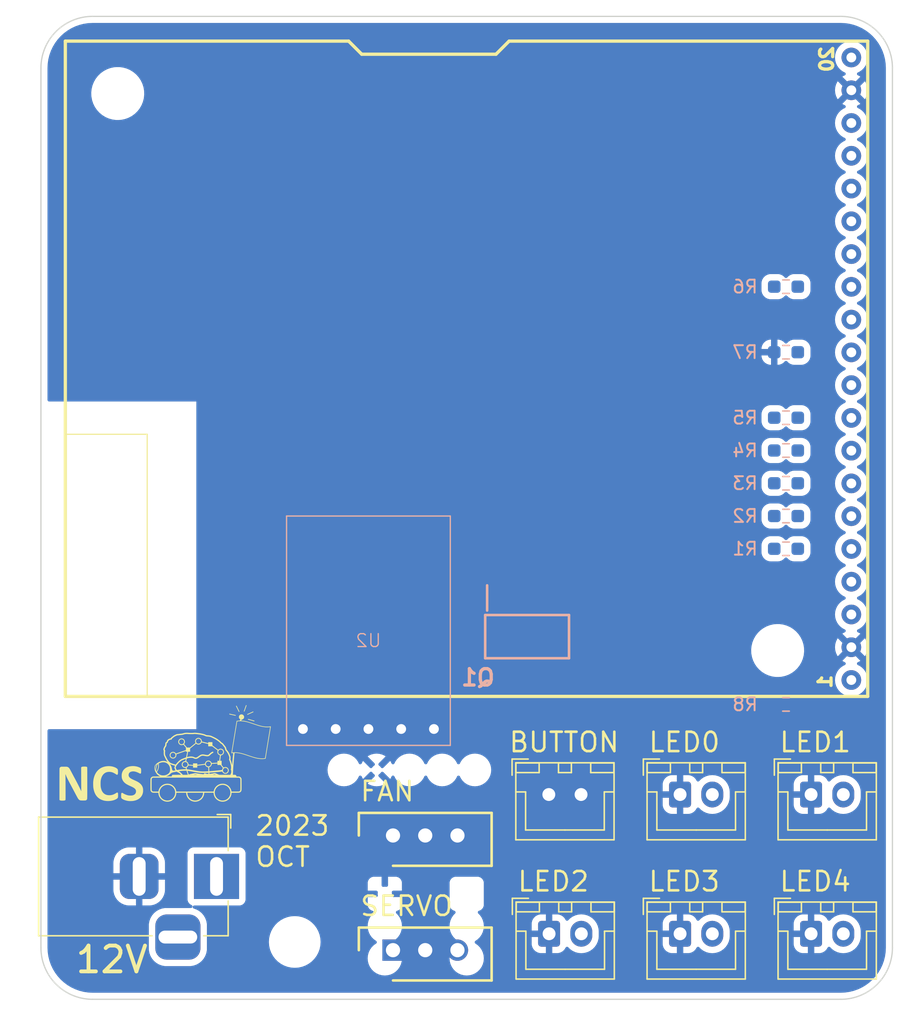
<source format=kicad_pcb>
(kicad_pcb (version 20221018) (generator pcbnew)
  (layers (0 "F.Cu" signal) (31 "B.Cu" signal) (34 "B.Paste" user) (35 "F.Paste" user) (36 "B.SilkS" user "B.Silkscreen") (37 "F.SilkS" user "F.Silkscreen") (38 "B.Mask" user) (39 "F.Mask" user) (44 "Edge.Cuts" user))
  (net 0 "")
  (net 1 "Earth")
  (net 2 "Net-(J1-Pin_2)")
  (net 3 "Net-(J2-Pin_2)")
  (net 4 "Net-(J3-Pin_2)")
  (net 5 "Net-(J4-Pin_2)")
  (net 6 "Net-(J5-Pin_2)")
  (net 7 "+12V")
  (net 8 "/SERVO_TRX")
  (net 9 "/FAN_GND")
  (net 10 "/FAN_EN")
  (net 11 "/LED0")
  (net 12 "/LED1")
  (net 13 "/LED2")
  (net 14 "/LED3")
  (net 15 "/LED4")
  (net 16 "Net-(U1-IO32)")
  (net 17 "+3V3")
  (net 23 "/BUTTON")
  (net 26 "+5V")
  (footprint "MountingHole:MountingHole_3.5mm" (layer "F.Cu") (at 76.2 101.6)
    (fp_text reference "H1" hide)
    (fp_text value "MountingHole_Pad")
    (pad "" np_thru_hole circle (at 0 0) (size 3.5 3.5) (drill 3.5) (layers "*.Cu" "*.Mask"))
  )
  (footprint "Connector_JST:JST_XH_B2B-XH-A_1x02_P2.50mm_Vertical" (layer "F.Cu") (at 116.245 90.17)
    (fp_text reference "J3" hide)
    (fp_text value "jst xh 2")
    (pad "1" thru_hole roundrect (at 0 0) (size 1.7 2) (drill 1) (layers "*.Cu" "*.Mask") (roundrect_rratio 0.147059) (net 1 "Earth"))
    (pad "2" thru_hole oval (at 2.5 0) (size 1.7 2) (drill 1) (layers "*.Cu" "*.Mask") (net 4 "Net-(J3-Pin_2)"))
  )
  (footprint "Connector_JST:JST_XH_B2B-XH-A_1x02_P2.50mm_Vertical" (layer "F.Cu") (at 106.085 90.17)
    (fp_text reference "J2" hide)
    (fp_text value "jst xh 2")
    (pad "1" thru_hole roundrect (at 0 0) (size 1.7 2) (drill 1) (layers "*.Cu" "*.Mask") (roundrect_rratio 0.147059) (net 1 "Earth"))
    (pad "2" thru_hole oval (at 2.5 0) (size 1.7 2) (drill 1) (layers "*.Cu" "*.Mask") (net 3 "Net-(J2-Pin_2)"))
  )
  (footprint "esp32-gateway:esp32-gateway" (layer "F.Cu") (at 58.4075 31.7625)
    (fp_text reference "U1" hide)
    (fp_text value "~")
    (fp_text user "20" (at 59.055 1.397 90 unlocked) (layer "F.SilkS") (effects (font (size 1.016 1.016) (thickness 0.254)) (justify mirror)))
    (fp_text user "1" (at 58.928 49.657 90 unlocked) (layer "F.SilkS") (effects (font (size 1.016 1.016) (thickness 0.254)) (justify mirror)))
    (pad "" np_thru_hole circle (at 4.064 4.064) (size 3.6 3.6) (drill 3.6) (layers "F&B.Cu" "*.Mask"))
    (pad "" np_thru_hole circle (at 55.245 47.244 90) (size 3.6 3.6) (drill 3.6) (layers "F&B.Cu" "*.Mask"))
    (pad "1" thru_hole circle (at 60.96 49.53) (size 1.524 1.524) (drill 0.762) (layers "*.Cu" "*.Mask") (net 17 "+3V3"))
    (pad "2" thru_hole circle (at 60.96 46.99) (size 1.524 1.524) (drill 0.762) (layers "*.Cu" "*.Mask") (net 1 "Earth"))
    (pad "3" thru_hole circle (at 60.96 44.45) (size 1.524 1.524) (drill 0.762) (layers "*.Cu" "*.Mask"))
    (pad "4" thru_hole circle (at 60.96 41.91) (size 1.524 1.524) (drill 0.762) (layers "*.Cu" "*.Mask"))
    (pad "5" thru_hole circle (at 60.96 39.37) (size 1.524 1.524) (drill 0.762) (layers "*.Cu" "*.Mask") (net 11 "/LED0"))
    (pad "6" thru_hole circle (at 60.96 36.83) (size 1.524 1.524) (drill 0.762) (layers "*.Cu" "*.Mask") (net 12 "/LED1"))
    (pad "7" thru_hole circle (at 60.96 34.29) (size 1.524 1.524) (drill 0.762) (layers "*.Cu" "*.Mask") (net 13 "/LED2"))
    (pad "8" thru_hole circle (at 60.96 31.75) (size 1.524 1.524) (drill 0.762) (layers "*.Cu" "*.Mask") (net 14 "/LED3"))
    (pad "9" thru_hole circle (at 60.96 29.21) (size 1.524 1.524) (drill 0.762) (layers "*.Cu" "*.Mask") (net 15 "/LED4"))
    (pad "10" thru_hole circle (at 60.96 26.67) (size 1.524 1.524) (drill 0.762) (layers "*.Cu" "*.Mask"))
    (pad "11" thru_hole circle (at 60.96 24.13) (size 1.524 1.524) (drill 0.762) (layers "*.Cu" "*.Mask") (net 10 "/FAN_EN"))
    (pad "12" thru_hole circle (at 60.96 21.59) (size 1.524 1.524) (drill 0.762) (layers "*.Cu" "*.Mask"))
    (pad "13" thru_hole circle (at 60.96 19.05) (size 1.524 1.524) (drill 0.762) (layers "*.Cu" "*.Mask") (net 16 "Net-(U1-IO32)"))
    (pad "14" thru_hole circle (at 60.96 16.51) (size 1.524 1.524) (drill 0.762) (layers "*.Cu" "*.Mask") (net 8 "/SERVO_TRX"))
    (pad "15" thru_hole circle (at 60.96 13.97) (size 1.524 1.524) (drill 0.762) (layers "*.Cu" "*.Mask"))
    (pad "16" thru_hole circle (at 60.96 11.43) (size 1.524 1.524) (drill 0.762) (layers "*.Cu" "*.Mask") (net 23 "/BUTTON"))
    (pad "17" thru_hole circle (at 60.96 8.89) (size 1.524 1.524) (drill 0.762) (layers "*.Cu" "*.Mask"))
    (pad "18" thru_hole circle (at 60.96 6.35) (size 1.524 1.524) (drill 0.762) (layers "*.Cu" "*.Mask"))
    (pad "19" thru_hole circle (at 60.96 3.81) (size 1.524 1.524) (drill 0.762) (layers "*.Cu" "*.Mask") (net 1 "Earth"))
    (pad "20" thru_hole circle (at 60.96 1.27) (size 1.524 1.524) (drill 0.762) (layers "*.Cu" "*.Mask") (net 26 "+5V"))
    (zone (net 0) (net_name "") (layers "*.Cu") (connect_pads (clearance 0)) (min_thickness 0.25)
      (keepout (tracks not_allowed) (vias not_allowed) (pads not_allowed) (copperpour not_allowed) (footprints allowed))
      (fill (thermal_gap 0.5) (thermal_bridge_width 0.5))
      (polygon (pts (xy 68.5675 59.7025) (xy 68.5675 85.1025) (xy 54.5975 85.1025) (xy 54.5975 59.7025)))
    )
  )
  (footprint "Connector_JST:JST_XH_B2B-XH-A_1x02_P2.50mm_Vertical" (layer "F.Cu") (at 106.085 100.965)
    (fp_text reference "J5" hide)
    (fp_text value "jst xh 2")
    (pad "1" thru_hole roundrect (at 0 0) (size 1.7 2) (drill 1) (layers "*.Cu" "*.Mask") (roundrect_rratio 0.147059) (net 1 "Earth"))
    (pad "2" thru_hole oval (at 2.5 0) (size 1.7 2) (drill 1) (layers "*.Cu" "*.Mask") (net 6 "Net-(J5-Pin_2)"))
  )
  (footprint "LOGO" (layer "F.Cu") (at 66.04 86.995)
    (fp_text reference "G***" hide)
    (fp_text value "LOGO" hide)
  )
  (footprint "440052-3:SHDR3W64P0X250_1X3_1000X380X630P" (layer "F.Cu") (at 83.82 93.345)
    (fp_text reference "J7" hide)
    (fp_text value "440052-3" hide)
    (pad "1" thru_hole rect (at 0 0) (size 1.65 1.65) (drill 1.1) (layers "*.Cu" "*.Mask") (net 9 "/FAN_GND"))
    (pad "2" thru_hole circle (at 2.5 0) (size 1.65 1.65) (drill 1.1) (layers "*.Cu" "*.Mask") (net 7 "+12V"))
    (pad "3" thru_hole circle (at 5 0) (size 1.65 1.65) (drill 1.1) (layers "*.Cu" "*.Mask"))
  )
  (footprint "440052-3:SHDR3W64P0X250_1X3_1000X380X630P" (layer "F.Cu") (at 83.82 102.235)
    (fp_text reference "J6" hide)
    (fp_text value "440052-3" hide)
    (pad "1" thru_hole rect (at 0 0) (size 1.65 1.65) (drill 1.1) (layers "*.Cu" "*.Mask") (net 1 "Earth"))
    (pad "2" thru_hole circle (at 2.5 0) (size 1.65 1.65) (drill 1.1) (layers "*.Cu" "*.Mask") (net 7 "+12V"))
    (pad "3" thru_hole circle (at 5 0) (size 1.65 1.65) (drill 1.1) (layers "*.Cu" "*.Mask") (net 8 "/SERVO_TRX"))
  )
  (footprint "Connector_JST:JST_XH_B2B-XH-A_1x02_P2.50mm_Vertical" (layer "F.Cu") (at 95.905 90.17)
    (fp_text reference "J9" hide)
    (fp_text value "jst xh 2")
    (pad "1" thru_hole roundrect (at 0 0) (size 1.7 2) (drill 1) (layers "*.Cu" "*.Mask") (roundrect_rratio 0.147059) (net 1 "Earth"))
    (pad "2" thru_hole oval (at 2.5 0) (size 1.7 2) (drill 1) (layers "*.Cu" "*.Mask") (net 23 "/BUTTON"))
  )
  (footprint "Connector_BarrelJack:BarrelJack_Horizontal" (layer "F.Cu") (at 70.135 96.52)
    (fp_text reference "J8" hide)
    (fp_text value "pwr_in")
    (pad "1" thru_hole rect (at 0 0) (size 3.5 3.5) (drill oval 1 3) (layers "*.Cu" "*.Mask") (net 7 "+12V"))
    (pad "2" thru_hole roundrect (at -6 0) (size 3 3.5) (drill oval 1 3) (layers "*.Cu" "*.Mask") (net 1 "Earth"))
    (pad "3" thru_hole roundrect (at -3 4.7) (size 3.5 3.5) (drill oval 3 1) (layers "*.Cu" "*.Mask"))
  )
  (footprint "Connector_JST:JST_XH_B2B-XH-A_1x02_P2.50mm_Vertical" (layer "F.Cu") (at 116.245 100.965)
    (fp_text reference "J4" hide)
    (fp_text value "jst xh 2")
    (pad "1" thru_hole roundrect (at 0 0) (size 1.7 2) (drill 1) (layers "*.Cu" "*.Mask") (roundrect_rratio 0.147059) (net 1 "Earth"))
    (pad "2" thru_hole oval (at 2.5 0) (size 1.7 2) (drill 1) (layers "*.Cu" "*.Mask") (net 5 "Net-(J4-Pin_2)"))
  )
  (footprint "Connector_JST:JST_XH_B2B-XH-A_1x02_P2.50mm_Vertical" (layer "F.Cu") (at 95.925 100.965)
    (fp_text reference "J1" hide)
    (fp_text value "jst xh 2")
    (pad "1" thru_hole roundrect (at 0 0) (size 1.7 2) (drill 1) (layers "*.Cu" "*.Mask") (roundrect_rratio 0.147059) (net 1 "Earth"))
    (pad "2" thru_hole oval (at 2.5 0) (size 1.7 2) (drill 1) (layers "*.Cu" "*.Mask") (net 2 "Net-(J1-Pin_2)"))
  )
  (footprint "Resistor_SMD:R_0603_1608Metric_Pad0.98x0.95mm_HandSolder" (layer "B.Cu") (at 114.3 63.5)
    (fp_text reference "R4" (at -3.175 0) (layer "B.SilkS") (effects (justify mirror)))
    (fp_text value "80")
    (pad "1" smd roundrect (at -0.9125 0) (size 0.975 0.95) (layers "B.Cu" "B.Paste" "B.Mask") (net 4 "Net-(J3-Pin_2)"))
    (pad "2" smd roundrect (at 0.9125 0) (size 0.975 0.95) (layers "B.Cu" "B.Paste" "B.Mask") (net 14 "/LED3"))
  )
  (footprint "BUK9832-55A_CUX:SOT230P700X180-4N" (layer "B.Cu") (at 94.22 77.93 -90)
    (fp_text reference "Q1" (at 3.175 3.81) (layer "B.SilkS") (effects (font (size 1.27 1.27) (thickness 0.254)) (justify mirror)))
    (fp_text value "BUK9832-55A_CUX" hide)
    (pad "1" smd rect (at -3 2.3 180) (size 0.9 1.95) (layers "B.Cu" "B.Paste" "B.Mask") (net 10 "/FAN_EN"))
    (pad "2" smd rect (at -3 0 180) (size 0.9 1.95) (layers "B.Cu" "B.Paste" "B.Mask") (net 9 "/FAN_GND"))
    (pad "3" smd rect (at -3 -2.3 180) (size 0.9 1.95) (layers "B.Cu" "B.Paste" "B.Mask") (net 1 "Earth"))
    (pad "4" smd rect (at 3 0 270) (size 1.95 3.2) (layers "B.Cu" "B.Paste" "B.Mask") (net 9 "/FAN_GND"))
  )
  (footprint "Resistor_SMD:R_0603_1608Metric_Pad0.98x0.95mm_HandSolder" (layer "B.Cu") (at 114.3 55.88 180)
    (fp_text reference "R7" (at 3.175 0) (layer "B.SilkS") (effects (justify mirror)))
    (fp_text value "1k")
    (pad "1" smd roundrect (at -0.9125 0 180) (size 0.975 0.95) (layers "B.Cu" "B.Paste" "B.Mask") (net 10 "/FAN_EN"))
    (pad "2" smd roundrect (at 0.9125 0 180) (size 0.975 0.95) (layers "B.Cu" "B.Paste" "B.Mask") (net 1 "Earth"))
  )
  (footprint "Resistor_SMD:R_0603_1608Metric_Pad0.98x0.95mm_HandSolder" (layer "B.Cu") (at 114.3 66.04)
    (fp_text reference "R3" (at -3.175 0) (layer "B.SilkS") (effects (justify mirror)))
    (fp_text value "80")
    (pad "1" smd roundrect (at -0.9125 0) (size 0.975 0.95) (layers "B.Cu" "B.Paste" "B.Mask") (net 3 "Net-(J2-Pin_2)"))
    (pad "2" smd roundrect (at 0.9125 0) (size 0.975 0.95) (layers "B.Cu" "B.Paste" "B.Mask") (net 13 "/LED2"))
  )
  (footprint "Resistor_SMD:R_0603_1608Metric_Pad0.98x0.95mm_HandSolder" (layer "B.Cu") (at 114.3 60.96)
    (fp_text reference "R5" (at -3.175 0) (layer "B.SilkS") (effects (justify mirror)))
    (fp_text value "80")
    (pad "1" smd roundrect (at -0.9125 0) (size 0.975 0.95) (layers "B.Cu" "B.Paste" "B.Mask") (net 6 "Net-(J5-Pin_2)"))
    (pad "2" smd roundrect (at 0.9125 0) (size 0.975 0.95) (layers "B.Cu" "B.Paste" "B.Mask") (net 15 "/LED4"))
  )
  (footprint "Resistor_SMD:R_0603_1608Metric_Pad0.98x0.95mm_HandSolder" (layer "B.Cu") (at 114.3 50.8 180)
    (fp_text reference "R6" (at 3.175 0) (layer "B.SilkS") (effects (justify mirror)))
    (fp_text value "500")
    (pad "1" smd roundrect (at -0.9125 0 180) (size 0.975 0.95) (layers "B.Cu" "B.Paste" "B.Mask") (net 16 "Net-(U1-IO32)"))
    (pad "2" smd roundrect (at 0.9125 0 180) (size 0.975 0.95) (layers "B.Cu" "B.Paste" "B.Mask") (net 8 "/SERVO_TRX"))
  )
  (footprint "Resistor_SMD:R_0603_1608Metric_Pad0.98x0.95mm_HandSolder" (layer "B.Cu") (at 114.3 71.12)
    (fp_text reference "R1" (at -3.175 0) (layer "B.SilkS") (effects (justify mirror)))
    (fp_text value "80")
    (pad "1" smd roundrect (at -0.9125 0) (size 0.975 0.95) (layers "B.Cu" "B.Paste" "B.Mask") (net 5 "Net-(J4-Pin_2)"))
    (pad "2" smd roundrect (at 0.9125 0) (size 0.975 0.95) (layers "B.Cu" "B.Paste" "B.Mask") (net 11 "/LED0"))
  )
  (footprint "Resistor_SMD:R_0603_1608Metric_Pad0.98x0.95mm_HandSolder" (layer "B.Cu") (at 114.3 83.185 180)
    (fp_text reference "R8" (at 3.175 0) (layer "B.SilkS") (effects (justify mirror)))
    (fp_text value "10k")
    (pad "1" smd roundrect (at -0.9125 0 180) (size 0.975 0.95) (layers "B.Cu" "B.Paste" "B.Mask") (net 17 "+3V3"))
    (pad "2" smd roundrect (at 0.9125 0 180) (size 0.975 0.95) (layers "B.Cu" "B.Paste" "B.Mask") (net 23 "/BUTTON"))
  )
  (footprint "esp32-gateway:polulu" (layer "B.Cu") (at 81.915 78.74 180)
    (fp_text reference "U2" (at 0 0.5 unlocked) (layer "B.SilkS") (effects (font (thickness 0.1)) (justify mirror)))
    (fp_text value "~")
    (pad "1" thru_hole circle (at -5.08 -6.35 180) (size 1.524 1.524) (drill 0.762) (layers "*.Cu" "*.Mask"))
    (pad "2" thru_hole circle (at -2.54 -6.35 180) (size 1.524 1.524) (drill 0.762) (layers "*.Cu" "*.Mask"))
    (pad "3" thru_hole circle (at 0 -6.35 180) (size 1.524 1.524) (drill 0.762) (layers "*.Cu" "*.Mask") (net 7 "+12V"))
    (pad "4" thru_hole circle (at 2.54 -6.35 180) (size 1.524 1.524) (drill 0.762) (layers "*.Cu" "*.Mask") (net 1 "Earth"))
    (pad "5" thru_hole circle (at 5.08 -6.35 180) (size 1.524 1.524) (drill 0.762) (layers "*.Cu" "*.Mask") (net 17 "+3V3"))
  )
  (footprint "Resistor_SMD:R_0603_1608Metric_Pad0.98x0.95mm_HandSolder" (layer "B.Cu") (at 114.3 68.58)
    (fp_text reference "R2" (at -3.175 0) (layer "B.SilkS") (effects (justify mirror)))
    (fp_text value "80")
    (pad "1" smd roundrect (at -0.9125 0) (size 0.975 0.95) (layers "B.Cu" "B.Paste" "B.Mask") (net 2 "Net-(J1-Pin_2)"))
    (pad "2" smd roundrect (at 0.9125 0) (size 0.975 0.95) (layers "B.Cu" "B.Paste" "B.Mask") (net 12 "/LED1"))
  )
  (gr_arc (start 118.555 29.845) (mid 121.383427 31.016573) (end 122.555 33.845) (stroke (width 0.1)) (layer "Edge.Cuts"))
  (gr_arc (start 60.515 106.045) (mid 57.686573 104.873427) (end 56.515 102.045) (stroke (width 0.1)) (layer "Edge.Cuts"))
  (gr_line (start 60.515 29.845) (end 118.555 29.845) (stroke (width 0.1)) (layer "Edge.Cuts"))
  (gr_line (start 56.515 102.045) (end 56.515 33.845) (stroke (width 0.1)) (layer "Edge.Cuts"))
  (gr_line (start 122.555 33.845) (end 122.555 102.045) (stroke (width 0.1)) (layer "Edge.Cuts"))
  (gr_arc (start 122.555 102.045) (mid 121.383427 104.873427) (end 118.555 106.045) (stroke (width 0.1)) (layer "Edge.Cuts"))
  (gr_arc (start 56.515 33.845) (mid 57.686573 31.016573) (end 60.515 29.845) (stroke (width 0.1)) (layer "Edge.Cuts"))
  (gr_line (start 118.555 106.045) (end 60.515 106.045) (stroke (width 0.1)) (layer "Edge.Cuts"))
  (gr_text "LED0" (at 103.535 86.995) (layer "F.SilkS") (effects (font (size 1.5 1.5) (thickness 0.2)) (justify left bottom)))
  (gr_text "FAN" (at 81.17 90.805) (layer "F.SilkS") (effects (font (size 1.5 1.5) (thickness 0.2)) (justify left bottom)))
  (gr_text "LED3" (at 103.525 97.79) (layer "F.SilkS") (effects (font (size 1.5 1.5) (thickness 0.2)) (justify left bottom)))
  (gr_text "2023\nOCT" (at 73.025 95.885) (layer "F.SilkS") (effects (font (size 1.5 1.5) (thickness 0.2)) (justify left bottom)))
  (gr_text "SERVO" (at 81.17 99.695) (layer "F.SilkS") (effects (font (size 1.5 1.5) (thickness 0.2)) (justify left bottom)))
  (gr_text "LED2" (at 93.375 97.79) (layer "F.SilkS") (effects (font (size 1.5 1.5) (thickness 0.2)) (justify left bottom)))
  (gr_text "LED1" (at 113.685 86.995) (layer "F.SilkS") (effects (font (size 1.5 1.5) (thickness 0.2)) (justify left bottom)))
  (gr_text "12V" (at 59.055 104.14) (layer "F.SilkS") (effects (font (size 2 2) (thickness 0.3)) (justify left bottom)))
  (gr_text "LED4" (at 113.685 97.79) (layer "F.SilkS") (effects (font (size 1.5 1.5) (thickness 0.2)) (justify left bottom)))
  (gr_text "BUTTON" (at 92.71 86.995) (layer "F.SilkS") (effects (font (size 1.5 1.5) (thickness 0.2)) (justify left bottom)))
  (zone (net 1) (net_name "Earth") (layer "B.Cu") (connect_pads (clearance 0.5)) (min_thickness 0.25) (fill yes (thermal_gap 0.5) (thermal_bridge_width 0.5))
    (polygon (pts (xy 53.34 28.575) (xy 124.46 28.575) (xy 124.46 107.95) (xy 53.34 107.95)))
  )
)
</source>
